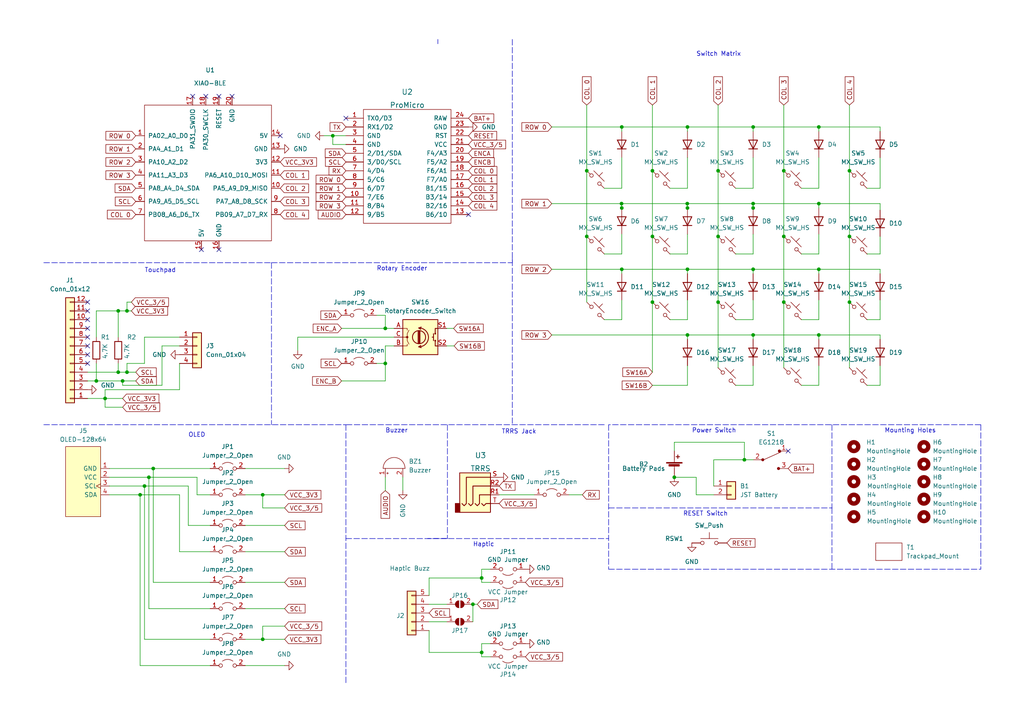
<source format=kicad_sch>
(kicad_sch (version 20211123) (generator eeschema)
  (paper "A4")
  (title_block (title "KLEIN"))
  (junction (at 189.23 87.63))
  (junction (at 44.45 135.89))
  (junction (at 76.2 185.42))
  (junction (at 76.2 143.51))
  (junction (at 237.49 97.155))
  (junction (at 215.9 133.35))
  (junction (at 41.91 140.97))
  (junction (at 180.34 36.83))
  (junction (at 218.44 36.83))
  (junction (at 218.44 78.105))
  (junction (at 180.34 60.325))
  (junction (at 111.76 105.41))
  (junction (at 195.58 138.43))
  (junction (at 43.18 138.43))
  (junction (at 208.28 68.58))
  (junction (at 189.23 49.53))
  (junction (at 199.3383 59.055))
  (junction (at 237.49 36.83))
  (junction (at 30.48 115.57))
  (junction (at 208.28 87.63))
  (junction (at 180.2697 59.055))
  (junction (at 218.44 60.325))
  (junction (at 218.4322 59.055))
  (junction (at 227.33 87.63))
  (junction (at 246.38 49.53))
  (junction (at 40.64 143.51))
  (junction (at 237.49 59.055))
  (junction (at 137.16 175.26))
  (junction (at 199.39 78.105))
  (junction (at 34.29 107.95))
  (junction (at 27.94 110.49))
  (junction (at 246.38 87.63))
  (junction (at 35.56 110.49))
  (junction (at 218.44 97.155))
  (junction (at 111.76 95.25))
  (junction (at 199.39 60.325))
  (junction (at 36.83 107.95))
  (junction (at 227.33 49.53))
  (junction (at 199.39 36.83))
  (junction (at 170.18 68.58))
  (junction (at 189.23 68.58))
  (junction (at 170.18 49.53))
  (junction (at 34.29 90.17))
  (junction (at 246.38 68.58))
  (junction (at 139.7 167.64))
  (junction (at 180.34 78.105))
  (junction (at 208.28 49.53))
  (junction (at 237.49 78.105))
  (junction (at 199.39 97.155))
  (junction (at 139.7 189.23))
  (junction (at 36.83 90.17))
  (junction (at 96.52 39.37))
  (junction (at 227.33 68.58))
  (no_connect (at 55.88 27.94))
  (no_connect (at 81.28 39.37))
  (no_connect (at 100.33 34.29))
  (no_connect (at 228.6 130.81))
  (no_connect (at 59.69 27.94))
  (no_connect (at 58.42 72.39))
  (no_connect (at 67.31 27.94))
  (no_connect (at 25.4 87.63))
  (no_connect (at 25.4 90.17))
  (no_connect (at 25.4 92.71))
  (no_connect (at 25.4 95.25))
  (no_connect (at 25.4 97.79))
  (no_connect (at 25.4 100.33))
  (no_connect (at 25.4 102.87))
  (no_connect (at 25.4 105.41))
  (no_connect (at 135.89 62.23))
  (no_connect (at 63.5 27.94))
  (no_connect (at 63.5 72.39))
  (wire (pts (xy 251.46 73.66) (xy 255.27 73.66)))
  (wire (pts (xy 137.16 175.26) (xy 138.43 175.26)))
  (wire (pts (xy 139.7 168.91) (xy 142.24 168.91)))
  (polyline (pts (xy 12.7 123.19) (xy 100.33 123.19)))
  (wire (pts (xy 46.99 111.76) (xy 46.99 100.33)))
  (polyline (pts (xy 241.3 147.32) (xy 241.3 165.1)))
  (wire (pts (xy 41.91 105.41) (xy 41.91 97.79)))
  (polyline (pts (xy 176.53 147.32) (xy 241.3 147.32)))
  (wire (pts (xy 208.28 49.53) (xy 208.28 68.58)))
  (wire (pts (xy 52.07 113.03) (xy 52.07 105.41)))
  (wire (pts (xy 199.39 78.105) (xy 218.44 78.105)))
  (wire (pts (xy 199.39 86.995) (xy 199.39 92.71)))
  (wire (pts (xy 218.4322 59.055) (xy 237.49 59.055)))
  (wire (pts (xy 82.55 181.61) (xy 76.2 181.61)))
  (wire (pts (xy 180.34 92.71) (xy 180.34 86.995)))
  (wire (pts (xy 237.49 38.1) (xy 237.49 36.83)))
  (wire (pts (xy 71.12 152.4) (xy 82.55 152.4)))
  (wire (pts (xy 71.12 176.53) (xy 82.55 176.53)))
  (wire (pts (xy 180.34 36.83) (xy 180.34 38.1)))
  (wire (pts (xy 38.1 87.63) (xy 36.83 87.63)))
  (wire (pts (xy 218.4322 59.055) (xy 218.4322 60.325)))
  (wire (pts (xy 255.27 54.61) (xy 255.27 45.72)))
  (wire (pts (xy 114.3 97.79) (xy 86.36 97.79)))
  (wire (pts (xy 71.12 193.04) (xy 82.55 193.04)))
  (wire (pts (xy 207.01 143.51) (xy 201.93 143.51)))
  (polyline (pts (xy 78.74 76.2) (xy 148.59 76.2)))
  (wire (pts (xy 71.12 135.89) (xy 82.55 135.89)))
  (wire (pts (xy 30.48 113.03) (xy 30.48 115.57)))
  (wire (pts (xy 27.94 110.49) (xy 35.56 110.49)))
  (wire (pts (xy 199.39 36.83) (xy 218.44 36.83)))
  (wire (pts (xy 251.46 111.76) (xy 255.27 111.76)))
  (wire (pts (xy 43.18 176.53) (xy 60.96 176.53)))
  (wire (pts (xy 124.46 180.34) (xy 129.54 180.34)))
  (wire (pts (xy 255.27 86.995) (xy 255.27 92.71)))
  (wire (pts (xy 99.06 110.49) (xy 111.76 110.49)))
  (wire (pts (xy 246.38 30.48) (xy 246.38 49.53)))
  (wire (pts (xy 36.83 90.17) (xy 34.29 90.17)))
  (wire (pts (xy 170.18 30.48) (xy 170.18 49.53)))
  (wire (pts (xy 232.41 111.76) (xy 237.49 111.76)))
  (wire (pts (xy 35.56 110.49) (xy 39.37 110.49)))
  (polyline (pts (xy 241.3 123.19) (xy 241.3 147.32)))
  (wire (pts (xy 195.58 128.27) (xy 215.9 128.27)))
  (wire (pts (xy 218.44 97.155) (xy 237.49 97.155)))
  (wire (pts (xy 40.64 143.51) (xy 40.64 193.04)))
  (wire (pts (xy 213.36 92.71) (xy 218.44 92.71)))
  (wire (pts (xy 194.31 73.66) (xy 199.39 73.66)))
  (wire (pts (xy 71.12 143.51) (xy 76.2 143.51)))
  (wire (pts (xy 54.61 152.4) (xy 60.96 152.4)))
  (wire (pts (xy 199.39 111.76) (xy 189.23 111.76)))
  (polyline (pts (xy 100.33 156.21) (xy 176.53 156.21)))
  (wire (pts (xy 137.16 175.26) (xy 137.16 180.34)))
  (wire (pts (xy 237.49 73.66) (xy 237.49 67.945)))
  (wire (pts (xy 25.4 115.57) (xy 30.48 115.57)))
  (wire (pts (xy 38.1 90.17) (xy 36.83 90.17)))
  (wire (pts (xy 36.83 87.63) (xy 36.83 90.17)))
  (wire (pts (xy 44.45 135.89) (xy 44.45 168.91)))
  (wire (pts (xy 139.7 189.23) (xy 139.7 190.5)))
  (wire (pts (xy 255.27 97.155) (xy 255.27 98.425)))
  (wire (pts (xy 199.39 54.61) (xy 199.39 45.72)))
  (wire (pts (xy 208.28 87.63) (xy 208.28 106.68)))
  (polyline (pts (xy 148.59 11.43) (xy 148.59 123.19)))
  (polyline (pts (xy 148.59 76.2) (xy 148.59 74.93)))
  (wire (pts (xy 40.64 193.04) (xy 60.96 193.04)))
  (wire (pts (xy 180.2697 59.055) (xy 180.2697 60.325)))
  (wire (pts (xy 27.94 97.79) (xy 27.94 90.17)))
  (wire (pts (xy 111.76 142.294) (xy 111.76 138.4031)))
  (wire (pts (xy 139.7 167.64) (xy 139.7 168.91)))
  (wire (pts (xy 44.45 168.91) (xy 60.96 168.91)))
  (wire (pts (xy 111.76 100.33) (xy 111.76 105.41)))
  (wire (pts (xy 124.46 182.88) (xy 124.46 189.23)))
  (wire (pts (xy 111.76 110.49) (xy 111.76 105.41)))
  (wire (pts (xy 160.02 59.055) (xy 180.2697 59.055)))
  (wire (pts (xy 207.01 133.35) (xy 215.9 133.35)))
  (wire (pts (xy 218.44 92.71) (xy 218.44 86.995)))
  (wire (pts (xy 218.44 78.105) (xy 218.44 79.375)))
  (polyline (pts (xy 129.7733 123.19) (xy 129.7733 156.1809)))
  (wire (pts (xy 124.46 189.23) (xy 139.7 189.23)))
  (wire (pts (xy 93.98 39.37) (xy 96.52 39.37)))
  (wire (pts (xy 199.3383 60.325) (xy 199.39 60.325)))
  (wire (pts (xy 44.45 135.89) (xy 60.96 135.89)))
  (wire (pts (xy 76.2 147.32) (xy 76.2 143.51)))
  (wire (pts (xy 139.7 186.69) (xy 139.7 189.23)))
  (wire (pts (xy 160.02 36.83) (xy 180.34 36.83)))
  (wire (pts (xy 86.36 97.79) (xy 86.36 101.6)))
  (wire (pts (xy 27.94 90.17) (xy 34.29 90.17)))
  (wire (pts (xy 25.4 107.95) (xy 34.29 107.95)))
  (wire (pts (xy 116.84 142.24) (xy 116.84 138.4031)))
  (wire (pts (xy 96.52 41.91) (xy 96.52 39.37)))
  (wire (pts (xy 218.44 38.1) (xy 218.44 36.83)))
  (wire (pts (xy 35.56 111.76) (xy 46.99 111.76)))
  (wire (pts (xy 139.7 165.1) (xy 139.7 167.64)))
  (polyline (pts (xy 100.33 123.19) (xy 100.33 198.12)))
  (wire (pts (xy 213.36 111.76) (xy 218.44 111.76)))
  (wire (pts (xy 57.15 138.43) (xy 57.15 143.51)))
  (wire (pts (xy 124.46 167.64) (xy 139.7 167.64)))
  (wire (pts (xy 31.75 143.51) (xy 40.64 143.51)))
  (wire (pts (xy 207.01 140.97) (xy 207.01 133.35)))
  (wire (pts (xy 43.18 138.43) (xy 57.15 138.43)))
  (wire (pts (xy 41.91 105.41) (xy 36.83 105.41)))
  (wire (pts (xy 31.75 138.43) (xy 43.18 138.43)))
  (wire (pts (xy 111.76 91.44) (xy 111.76 95.25)))
  (wire (pts (xy 35.56 118.11) (xy 30.48 118.11)))
  (wire (pts (xy 237.49 59.055) (xy 237.49 60.325)))
  (wire (pts (xy 36.83 105.41) (xy 36.83 107.95)))
  (wire (pts (xy 35.56 110.49) (xy 35.56 111.76)))
  (wire (pts (xy 100.33 41.91) (xy 96.52 41.91)))
  (wire (pts (xy 180.34 73.66) (xy 180.34 67.945)))
  (wire (pts (xy 237.49 54.61) (xy 237.49 45.72)))
  (wire (pts (xy 36.83 107.95) (xy 39.37 107.95)))
  (wire (pts (xy 208.28 30.48) (xy 208.28 49.53)))
  (wire (pts (xy 175.26 54.61) (xy 180.34 54.61)))
  (wire (pts (xy 255.27 73.66) (xy 255.27 68.58)))
  (wire (pts (xy 218.44 36.83) (xy 237.49 36.83)))
  (wire (pts (xy 34.29 105.41) (xy 34.29 107.95)))
  (wire (pts (xy 255.27 78.105) (xy 255.27 79.375)))
  (polyline (pts (xy 127 11.43) (xy 127 12.7)))
  (polyline (pts (xy 12.7 76.2) (xy 78.74 76.2)))
  (wire (pts (xy 232.41 73.66) (xy 237.49 73.66)))
  (wire (pts (xy 218.4322 60.325) (xy 218.44 60.325)))
  (wire (pts (xy 237.49 36.83) (xy 255.27 36.83)))
  (wire (pts (xy 255.27 111.76) (xy 255.27 106.045)))
  (wire (pts (xy 111.76 105.41) (xy 109.22 105.41)))
  (wire (pts (xy 160.02 78.105) (xy 180.34 78.105)))
  (wire (pts (xy 199.39 97.155) (xy 199.39 98.425)))
  (wire (pts (xy 76.2 143.51) (xy 82.55 143.51)))
  (wire (pts (xy 189.23 49.53) (xy 189.23 68.58)))
  (wire (pts (xy 111.76 95.25) (xy 114.3 95.25)))
  (wire (pts (xy 170.18 68.58) (xy 170.18 87.63)))
  (wire (pts (xy 54.61 140.97) (xy 54.61 152.4)))
  (wire (pts (xy 201.93 143.51) (xy 201.93 138.43)))
  (wire (pts (xy 180.2697 60.325) (xy 180.34 60.325)))
  (polyline (pts (xy 78.74 76.2) (xy 78.74 123.19)))
  (wire (pts (xy 170.18 49.53) (xy 170.18 68.58)))
  (wire (pts (xy 96.52 39.37) (xy 100.33 39.37)))
  (wire (pts (xy 199.39 67.945) (xy 199.39 73.66)))
  (wire (pts (xy 109.22 91.44) (xy 111.76 91.44)))
  (wire (pts (xy 175.26 73.66) (xy 180.34 73.66)))
  (wire (pts (xy 237.49 111.76) (xy 237.49 106.045)))
  (wire (pts (xy 199.39 36.83) (xy 199.39 38.1)))
  (wire (pts (xy 30.48 118.11) (xy 30.48 115.57)))
  (wire (pts (xy 237.49 78.105) (xy 237.49 79.375)))
  (polyline (pts (xy 176.53 123.19) (xy 176.53 165.1)))
  (wire (pts (xy 199.39 97.155) (xy 218.44 97.155)))
  (wire (pts (xy 43.18 138.43) (xy 43.18 176.53)))
  (wire (pts (xy 180.34 78.105) (xy 180.34 79.375)))
  (wire (pts (xy 76.2 185.42) (xy 82.55 185.42)))
  (wire (pts (xy 237.49 97.155) (xy 255.27 97.155)))
  (wire (pts (xy 71.12 160.02) (xy 82.55 160.02)))
  (wire (pts (xy 246.38 68.58) (xy 246.38 87.63)))
  (wire (pts (xy 41.91 185.42) (xy 60.96 185.42)))
  (wire (pts (xy 218.44 73.66) (xy 218.44 67.945)))
  (wire (pts (xy 215.9 133.35) (xy 218.44 133.35)))
  (wire (pts (xy 237.49 59.055) (xy 255.27 59.055)))
  (wire (pts (xy 41.91 140.97) (xy 54.61 140.97)))
  (wire (pts (xy 213.36 73.66) (xy 218.44 73.66)))
  (wire (pts (xy 124.46 175.26) (xy 129.54 175.26)))
  (wire (pts (xy 30.48 113.03) (xy 52.07 113.03)))
  (polyline (pts (xy 175.26 123.19) (xy 100.33 123.19)))
  (wire (pts (xy 160.02 97.155) (xy 199.39 97.155)))
  (wire (pts (xy 180.34 54.61) (xy 180.34 45.72)))
  (wire (pts (xy 237.49 78.105) (xy 255.27 78.105)))
  (wire (pts (xy 218.44 78.105) (xy 237.49 78.105)))
  (wire (pts (xy 255.27 59.055) (xy 255.27 60.96)))
  (polyline (pts (xy 176.53 165.1) (xy 284.48 165.1)))
  (wire (pts (xy 34.29 107.95) (xy 36.83 107.95)))
  (wire (pts (xy 194.31 54.61) (xy 199.39 54.61)))
  (wire (pts (xy 52.07 160.02) (xy 60.96 160.02)))
  (wire (pts (xy 201.93 138.43) (xy 195.58 138.43)))
  (wire (pts (xy 199.39 79.375) (xy 199.39 78.105)))
  (wire (pts (xy 142.24 186.69) (xy 139.7 186.69)))
  (wire (pts (xy 139.7 190.5) (xy 142.24 190.5)))
  (wire (pts (xy 142.24 165.1) (xy 139.7 165.1)))
  (wire (pts (xy 208.28 68.58) (xy 208.28 87.63)))
  (wire (pts (xy 195.58 130.81) (xy 195.58 128.27)))
  (wire (pts (xy 34.29 90.17) (xy 34.29 97.79)))
  (wire (pts (xy 215.9 128.27) (xy 215.9 133.35)))
  (wire (pts (xy 218.44 54.61) (xy 218.44 45.72)))
  (wire (pts (xy 227.33 87.63) (xy 227.33 106.68)))
  (wire (pts (xy 25.4 110.49) (xy 27.94 110.49)))
  (wire (pts (xy 227.33 49.53) (xy 227.33 68.58)))
  (wire (pts (xy 180.34 78.105) (xy 199.39 78.105)))
  (wire (pts (xy 180.34 36.83) (xy 199.39 36.83)))
  (wire (pts (xy 144.78 143.51) (xy 154.94 143.51)))
  (wire (pts (xy 71.12 185.42) (xy 76.2 185.42)))
  (wire (pts (xy 82.55 147.32) (xy 76.2 147.32)))
  (wire (pts (xy 31.75 135.89) (xy 44.45 135.89)))
  (wire (pts (xy 189.23 87.63) (xy 189.23 107.95)))
  (wire (pts (xy 251.46 92.71) (xy 255.27 92.71)))
  (wire (pts (xy 246.38 87.63) (xy 246.38 106.68)))
  (wire (pts (xy 31.75 140.97) (xy 41.91 140.97)))
  (wire (pts (xy 199.3383 59.055) (xy 199.3383 60.325)))
  (wire (pts (xy 194.31 92.71) (xy 199.39 92.71)))
  (wire (pts (xy 237.49 97.155) (xy 237.49 98.425)))
  (wire (pts (xy 246.38 49.53) (xy 246.38 68.58)))
  (wire (pts (xy 227.33 68.58) (xy 227.33 87.63)))
  (wire (pts (xy 189.23 30.48) (xy 189.23 49.53)))
  (wire (pts (xy 232.41 92.71) (xy 237.49 92.71)))
  (polyline (pts (xy 284.48 123.19) (xy 284.48 165.1)))
  (wire (pts (xy 227.33 30.48) (xy 227.33 49.53)))
  (wire (pts (xy 52.07 143.51) (xy 52.07 160.02)))
  (wire (pts (xy 199.3383 59.055) (xy 218.4322 59.055)))
  (wire (pts (xy 175.26 92.71) (xy 180.34 92.71)))
  (wire (pts (xy 189.23 68.58) (xy 189.23 87.63)))
  (wire (pts (xy 131.5645 95.25) (xy 129.54 95.25)))
  (wire (pts (xy 213.36 54.61) (xy 218.44 54.61)))
  (wire (pts (xy 218.44 97.155) (xy 218.44 98.425)))
  (wire (pts (xy 71.12 168.91) (xy 82.55 168.91)))
  (wire (pts (xy 30.48 115.57) (xy 35.56 115.57)))
  (wire (pts (xy 180.2697 59.055) (xy 199.3383 59.055)))
  (wire (pts (xy 40.64 143.51) (xy 52.07 143.51)))
  (wire (pts (xy 165.1 143.51) (xy 168.91 143.51)))
  (wire (pts (xy 199.39 106.045) (xy 199.39 111.76)))
  (wire (pts (xy 218.44 111.76) (xy 218.44 106.045)))
  (wire (pts (xy 232.41 54.61) (xy 237.49 54.61)))
  (wire (pts (xy 46.99 100.33) (xy 52.07 100.33)))
  (wire (pts (xy 255.27 36.83) (xy 255.27 38.1)))
  (wire (pts (xy 27.94 105.41) (xy 27.94 110.49)))
  (wire (pts (xy 251.46 54.61) (xy 255.27 54.61)))
  (wire (pts (xy 41.91 140.97) (xy 41.91 185.42)))
  (wire (pts (xy 129.54 100.33) (xy 131.7189 100.33)))
  (wire (pts (xy 57.15 143.51) (xy 60.96 143.51)))
  (polyline (pts (xy 284.48 123.19) (xy 176.53 123.19)))
  (wire (pts (xy 41.91 97.79) (xy 52.07 97.79)))
  (wire (pts (xy 99.06 95.25) (xy 111.76 95.25)))
  (wire (pts (xy 237.49 92.71) (xy 237.49 86.995)))
  (wire (pts (xy 124.46 172.72) (xy 124.46 167.64)))
  (polyline (pts (xy 129.7733 156.1809) (xy 124.0164 156.2112)))
  (wire (pts (xy 114.3 100.33) (xy 111.76 100.33)))
  (wire (pts (xy 76.2 181.61) (xy 76.2 185.42)))
  (text "Switch Matrix\n" (at 201.93 16.51 0) (effects (font (size 1.27 1.27)) (justify left bottom)))
  (text "OLED\n" (at 54.61 127 0) (effects (font (size 1.27 1.27)) (justify left bottom)))
  (text "Rotary Encoder\n" (at 109.22 78.74 0) (effects (font (size 1.27 1.27)) (justify left bottom)))
  (text "Touchpad\n\n" (at 41.91 81.28 0) (effects (font (size 1.27 1.27)) (justify left bottom)))
  (text "Haptic" (at 137.16 158.75 0) (effects (font (size 1.27 1.27)) (justify left bottom)))
  (text "Power Switch\n" (at 200.66 125.73 0) (effects (font (size 1.27 1.27)) (justify left bottom)))
  (text "Buzzer\n" (at 111.76 125.73 0) (effects (font (size 1.27 1.27)) (justify left bottom)))
  (text "TRRS Jack\n" (at 145.4723 126.0331 0) (effects (font (size 1.27 1.27)) (justify left bottom)))
  (text "RESET Switch\n" (at 198.12 149.86 0) (effects (font (size 1.27 1.27)) (justify left bottom)))
  (text "Mounting Holes" (at 256.54 125.73 0) (effects (font (size 1.27 1.27)) (justify left bottom)))
  (global_label "SCL" (shape input) (at 82.55 176.53 0) (property "Intersheet References" "${INTERSHEET_REFS}" (effects hide)))
  (global_label "COL 0" (shape input) (at 135.89 49.53 0) (property "Intersheet References" "${INTERSHEET_REFS}" (effects hide)))
  (global_label "VCC_3{slash}5" (shape input) (at 82.55 147.32 0) (property "Intersheet References" "${INTERSHEET_REFS}" (effects hide)))
  (global_label "TX" (shape input) (at 144.78 140.97 0) (property "Intersheet References" "${INTERSHEET_REFS}" (effects hide)))
  (global_label "SCL" (shape input) (at 39.37 58.42 180) (property "Intersheet References" "${INTERSHEET_REFS}" (effects hide)))
  (global_label "ENC_A" (shape input) (at 99.06 95.25 180) (property "Intersheet References" "${INTERSHEET_REFS}" (effects hide)))
  (global_label "SCL" (shape input) (at 99.06 105.41 180) (property "Intersheet References" "${INTERSHEET_REFS}" (effects hide)))
  (global_label "AUDIO" (shape input) (at 111.76 142.294 270) (property "Intersheet References" "${INTERSHEET_REFS}" (effects hide)))
  (global_label "SW16A" (shape input) (at 189.23 107.95 180) (property "Intersheet References" "${INTERSHEET_REFS}" (effects hide)))
  (global_label "COL 4" (shape input) (at 246.38 30.48 90) (property "Intersheet References" "${INTERSHEET_REFS}" (effects hide)))
  (global_label "COL 2" (shape input) (at 81.28 54.61 0) (property "Intersheet References" "${INTERSHEET_REFS}" (effects hide)))
  (global_label "ROW 2" (shape input) (at 39.37 46.99 180) (property "Intersheet References" "${INTERSHEET_REFS}" (effects hide)))
  (global_label "ROW 3" (shape input) (at 160.02 97.155 180) (property "Intersheet References" "${INTERSHEET_REFS}" (effects hide)))
  (global_label "VCC_3V3" (shape input) (at 35.56 115.57 0) (property "Intersheet References" "${INTERSHEET_REFS}" (effects hide)))
  (global_label "ENC_B" (shape input) (at 99.06 110.49 180) (property "Intersheet References" "${INTERSHEET_REFS}" (effects hide)))
  (global_label "VCC_3{slash}5" (shape input) (at 35.56 118.11 0) (property "Intersheet References" "${INTERSHEET_REFS}" (effects hide)))
  (global_label "SCL" (shape input) (at 39.37 107.95 0) (property "Intersheet References" "${INTERSHEET_REFS}" (effects hide)))
  (global_label "ROW 1" (shape input) (at 39.37 43.18 180) (property "Intersheet References" "${INTERSHEET_REFS}" (effects hide)))
  (global_label "SCL" (shape input) (at 82.55 152.4 0) (property "Intersheet References" "${INTERSHEET_REFS}" (effects hide)))
  (global_label "ROW 2" (shape input) (at 160.02 78.105 180) (property "Intersheet References" "${INTERSHEET_REFS}" (effects hide)))
  (global_label "VCC_3V3" (shape input) (at 38.1 90.17 0) (property "Intersheet References" "${INTERSHEET_REFS}" (effects hide)))
  (global_label "BAT+" (shape input) (at 135.89 34.29 0) (property "Intersheet References" "${INTERSHEET_REFS}" (effects hide)))
  (global_label "VCC_3V3" (shape input) (at 81.28 46.99 0) (property "Intersheet References" "${INTERSHEET_REFS}" (effects hide)))
  (global_label "SW16B" (shape input) (at 189.23 111.76 180) (property "Intersheet References" "${INTERSHEET_REFS}" (effects hide)))
  (global_label "RESET" (shape input) (at 210.82 157.48 0) (property "Intersheet References" "${INTERSHEET_REFS}" (effects hide)))
  (global_label "VCC_3V3" (shape input) (at 82.55 185.42 0) (property "Intersheet References" "${INTERSHEET_REFS}" (effects hide)))
  (global_label "RX" (shape input) (at 100.33 49.53 180) (property "Intersheet References" "${INTERSHEET_REFS}" (effects hide)))
  (global_label "ROW 0" (shape input) (at 39.37 39.37 180) (property "Intersheet References" "${INTERSHEET_REFS}" (effects hide)))
  (global_label "SDA" (shape input) (at 99.06 91.44 180) (property "Intersheet References" "${INTERSHEET_REFS}" (effects hide)))
  (global_label "ROW 0" (shape input) (at 100.33 52.07 180) (property "Intersheet References" "${INTERSHEET_REFS}" (effects hide)))
  (global_label "COL 3" (shape input) (at 135.89 57.15 0) (property "Intersheet References" "${INTERSHEET_REFS}" (effects hide)))
  (global_label "SW16A" (shape input) (at 131.5645 95.25 0) (property "Intersheet References" "${INTERSHEET_REFS}" (effects hide)))
  (global_label "ROW 0" (shape input) (at 160.02 36.83 180) (property "Intersheet References" "${INTERSHEET_REFS}" (effects hide)))
  (global_label "SW16B" (shape input) (at 131.7189 100.33 0) (property "Intersheet References" "${INTERSHEET_REFS}" (effects hide)))
  (global_label "SCL" (shape input) (at 124.46 177.8 0) (property "Intersheet References" "${INTERSHEET_REFS}" (effects hide)))
  (global_label "COL 1" (shape input) (at 81.28 50.8 0) (property "Intersheet References" "${INTERSHEET_REFS}" (effects hide)))
  (global_label "SDA" (shape input) (at 82.55 160.02 0) (property "Intersheet References" "${INTERSHEET_REFS}" (effects hide)))
  (global_label "VCC_3{slash}5" (shape input) (at 144.78 146.05 0) (property "Intersheet References" "${INTERSHEET_REFS}" (effects hide)))
  (global_label "ENCA" (shape input) (at 135.89 44.45 0) (property "Intersheet References" "${INTERSHEET_REFS}" (effects hide)))
  (global_label "RX" (shape input) (at 168.91 143.51 0) (property "Intersheet References" "${INTERSHEET_REFS}" (effects hide)))
  (global_label "VCC_3{slash}5" (shape input) (at 135.89 41.91 0) (property "Intersheet References" "${INTERSHEET_REFS}" (effects hide)))
  (global_label "ROW 1" (shape input) (at 160.02 59.055 180) (property "Intersheet References" "${INTERSHEET_REFS}" (effects hide)))
  (global_label "SCL" (shape input) (at 100.33 46.99 180) (property "Intersheet References" "${INTERSHEET_REFS}" (effects hide)))
  (global_label "COL 0" (shape input) (at 39.37 62.23 180) (property "Intersheet References" "${INTERSHEET_REFS}" (effects hide)))
  (global_label "ROW 3" (shape input) (at 100.33 59.69 180) (property "Intersheet References" "${INTERSHEET_REFS}" (effects hide)))
  (global_label "BAT+" (shape input) (at 228.6 135.89 0) (property "Intersheet References" "${INTERSHEET_REFS}" (effects hide)))
  (global_label "SDA" (shape input) (at 100.33 44.45 180) (property "Intersheet References" "${INTERSHEET_REFS}" (effects hide)))
  (global_label "VCC_3{slash}5" (shape input) (at 152.4 190.5 0) (property "Intersheet References" "${INTERSHEET_REFS}" (effects hide)))
  (global_label "ROW 1" (shape input) (at 100.33 54.61 180) (property "Intersheet References" "${INTERSHEET_REFS}" (effects hide)))
  (global_label "COL 1" (shape input) (at 135.89 52.07 0) (property "Intersheet References" "${INTERSHEET_REFS}" (effects hide)))
  (global_label "SDA" (shape input) (at 39.37 110.49 0) (property "Intersheet References" "${INTERSHEET_REFS}" (effects hide)))
  (global_label "COL 0" (shape input) (at 170.18 30.48 90) (property "Intersheet References" "${INTERSHEET_REFS}" (effects hide)))
  (global_label "COL 4" (shape input) (at 135.89 59.69 0) (property "Intersheet References" "${INTERSHEET_REFS}" (effects hide)))
  (global_label "TX" (shape input) (at 100.33 36.83 180) (property "Intersheet References" "${INTERSHEET_REFS}" (effects hide)))
  (global_label "SDA" (shape input) (at 138.43 175.26 0) (property "Intersheet References" "${INTERSHEET_REFS}" (effects hide)))
  (global_label "AUDIO" (shape input) (at 100.33 62.23 180) (property "Intersheet References" "${INTERSHEET_REFS}" (effects hide)))
  (global_label "VCC_3{slash}5" (shape input) (at 82.55 181.61 0) (property "Intersheet References" "${INTERSHEET_REFS}" (effects hide)))
  (global_label "VCC_3V3" (shape input) (at 82.55 143.51 0) (property "Intersheet References" "${INTERSHEET_REFS}" (effects hide)))
  (global_label "COL 2" (shape input) (at 208.28 30.48 90) (property "Intersheet References" "${INTERSHEET_REFS}" (effects hide)))
  (global_label "ROW 2" (shape input) (at 100.33 57.15 180) (property "Intersheet References" "${INTERSHEET_REFS}" (effects hide)))
  (global_label "COL 4" (shape input) (at 81.28 62.23 0) (property "Intersheet References" "${INTERSHEET_REFS}" (effects hide)))
  (global_label "COL 2" (shape input) (at 135.89 54.61 0) (property "Intersheet References" "${INTERSHEET_REFS}" (effects hide)))
  (global_label "VCC_3{slash}5" (shape input) (at 152.4 168.91 0) (property "Intersheet References" "${INTERSHEET_REFS}" (effects hide)))
  (global_label "COL 3" (shape input) (at 81.28 58.42 0) (property "Intersheet References" "${INTERSHEET_REFS}" (effects hide)))
  (global_label "VCC_3{slash}5" (shape input) (at 38.1 87.63 0) (property "Intersheet References" "${INTERSHEET_REFS}" (effects hide)))
  (global_label "ENCB" (shape input) (at 135.89 46.99 0) (property "Intersheet References" "${INTERSHEET_REFS}" (effects hide)))
  (global_label "SDA" (shape input) (at 82.55 168.91 0) (property "Intersheet References" "${INTERSHEET_REFS}" (effects hide)))
  (global_label "COL 1" (shape input) (at 189.23 30.48 90) (property "Intersheet References" "${INTERSHEET_REFS}" (effects hide)))
  (global_label "COL 3" (shape input) (at 227.33 30.48 90) (property "Intersheet References" "${INTERSHEET_REFS}" (effects hide)))
  (global_label "RESET" (shape input) (at 135.89 39.37 0) (property "Intersheet References" "${INTERSHEET_REFS}" (effects hide)))
  (global_label "SDA" (shape input) (at 39.37 54.61 180) (property "Intersheet References" "${INTERSHEET_REFS}" (effects hide)))
  (global_label "ROW 3" (shape input) (at 39.37 50.8 180) (property "Intersheet References" "${INTERSHEET_REFS}" (effects hide)))
  (symbol (lib_id "Mechanical:MountingHole") (at 267.97 144.78 0) (unit 1)
    (property "Reference" "H9" (at 270.51 143.5099 0) (effects (justify left)))
    (property "Value" "MountingHole" (at 270.51 146.0499 0) (effects (justify left)))
    (property "Footprint" "MountingHole:MountingHole_2.2mm_M2_ISO7380_Pad" (effects hide))
  )
  (symbol (lib_id "Jumper:Jumper_2_Open") (at 66.04 143.51 0) (unit 1)
    (property "Reference" "JP2" (at 66.04 137.16 0))
    (property "Value" "Jumper_2_Open" (at 66.04 139.7 0))
    (property "Footprint" "Jumper:SolderJumper-2_P1.3mm_Open_RoundedPad1.0x1.5mm" (effects hide))
  )
  (symbol (lib_id "kbd:ProMicro") (at 118.11 48.26 0) (unit 1) (in_bom no)
    (property "Reference" "U2" (at 118.11 26.67 0) (effects (font (size 1.524 1.524))))
    (property "Value" "ProMicro" (at 118.11 30.48 0) (effects (font (size 1.524 1.524))))
    (property "Footprint" "Lily58-footprint:ProMicro_rev2" (effects hide))
  )
  (symbol (lib_id "Jumper:Jumper_2_Open") (at 147.32 190.5 180) (unit 1)
    (property "Reference" "JP14" (at 147.32 195.5842 0))
    (property "Value" "VCC Jumper" (at 147.32 193.2855 0))
    (property "Footprint" "Jumper:SolderJumper-2_P1.3mm_Open_Pad1.0x1.5mm" (effects hide))
  )
  (symbol (lib_id "Mechanical:MountingHole") (at 247.65 129.54 0) (unit 1)
    (property "Reference" "H1" (at 251.2282 128.2699 0) (effects (justify left)))
    (property "Value" "MountingHole" (at 251.2282 130.8099 0) (effects (justify left)))
    (property "Footprint" "MountingHole:MountingHole_3.2mm_M3_ISO7380_Pad" (effects hide))
  )
  (symbol (lib_id "power:GND") (at 200.66 157.48 0) (unit 1)
    (property "Reference" "#PWR0110" (effects hide))
    (property "Value" "GND" (at 200.66 162.9116 0))
  )
  (symbol (lib_id "power:GND") (at 93.98 39.37 270) (unit 1)
    (property "Reference" "#PWR0105" (effects hide))
    (property "Value" "GND" (at 90.17 39.3701 90) (effects (justify right)))
  )
  (symbol (lib_id "dk_Slide-Switches:EG1218") (at 223.52 133.35 0) (unit 1)
    (property "Reference" "S1" (at 223.7232 125.73 0))
    (property "Value" "EG1218" (at 223.7232 128.27 0))
    (property "Footprint" "SSAJ110100:RevSlideSwitch" (effects hide))
    (property "Datasheet" "http://spec_sheets.e-switch.com/specs/P040040.pdf" (effects hide))
    (property "Digi-Key_PN" "EG1903-ND" (effects hide))
    (property "MPN" "EG1218" (effects hide))
    (property "Category" "Switches" (effects hide))
    (property "Family" "Slide Switches" (effects hide))
    (property "DK_Datasheet_Link" "http://spec_sheets.e-switch.com/specs/P040040.pdf" (effects hide))
    (property "DK_Detail_Page" "/product-detail/en/e-switch/EG1218/EG1903-ND/101726" (effects hide))
    (property "Description" "SWITCH SLIDE SPDT 200MA 30V" (effects hide))
    (property "Manufacturer" "E-Switch" (effects hide))
    (property "Status" "Active" (effects hide))
  )
  (symbol (lib_id "Switch:SW_Push") (at 205.74 157.48 0) (unit 1)
    (property "Reference" "RSW1" (at 195.58 156.21 0))
    (property "Value" "SW_Push" (at 205.74 152.4 0))
    (property "Footprint" "KLOR:SW_Push_1P1T-MP_NO_Horizontal_Alps_SKRTLAE010_both_sides" (effects hide))
  )
  (symbol (lib_id "marbastlib-mx:MX_SW_HS") (at 210.82 71.12 0) (unit 1)
    (property "Reference" "SW8" (at 210.82 63.5 0))
    (property "Value" "MX_SW_HS" (at 210.82 66.04 0))
    (property "Footprint" "Lily58_Pro-footprint:MX_Choc_Hotswap_Mod" (effects hide))
  )
  (symbol (lib_id "marbastlib-mx:MX_SW_HS") (at 191.77 90.17 0) (unit 1)
    (property "Reference" "SW12" (at 191.77 82.55 0))
    (property "Value" "MX_SW_HS" (at 191.77 85.09 0))
    (property "Footprint" "Lily58_Pro-footprint:MX_Choc_Hotswap_Mod" (effects hide))
  )
  (symbol (lib_id "Device:RotaryEncoder_Switch") (at 121.92 97.79 0) (unit 1)
    (property "Reference" "SW16" (at 121.92 87.63 0))
    (property "Value" "RotaryEncoder_Switch" (at 121.92 90.17 0))
    (property "Footprint" "reversible-kicad-footprints:MX-1U-EC11_Switch" (effects hide))
  )
  (symbol (lib_id "Connector_Generic:Conn_01x12") (at 20.32 102.87 180) (unit 1)
    (property "Reference" "J1" (at 20.32 81.28 0))
    (property "Value" "Conn_01x12" (at 20.32 83.82 0))
    (property "Footprint" "Connector_FFC-FPC:Hirose_FH12-12S-0.5SH_1x12-1MP_P0.50mm_Horizontal" (effects hide))
  )
  (symbol (lib_id "Diode:1N4148") (at 237.49 41.91 90) (unit 1)
    (property "Reference" "D4" (at 240.03 41.9099 90) (effects (justify right)))
    (property "Value" "DIODE" (effects hide))
    (property "Footprint" "kbd:D3_TH_SMD" (effects hide))
    (property "Datasheet" "https://assets.nexperia.com/documents/data-sheet/1N4148_1N4448.pdf" (effects hide))
    (property "Spice_Netlist_Enabled" "Y" (effects hide))
    (property "Spice_Primitive" "D" (effects hide))
  )
  (symbol (lib_id "marbastlib-mx:MX_SW_HS") (at 248.92 52.07 0) (unit 1)
    (property "Reference" "SW5" (at 248.92 44.45 0))
    (property "Value" "MX_SW_HS" (at 248.92 46.99 0))
    (property "Footprint" "Lily58_Pro-footprint:MX_Choc_Hotswap_Mod" (effects hide))
  )
  (symbol (lib_id "Diode:1N4148") (at 255.27 64.77 90) (unit 1)
    (property "Reference" "D10" (at 257.81 64.7699 90) (effects (justify right)))
    (property "Value" "DIODE" (effects hide))
    (property "Footprint" "kbd:D3_TH_SMD" (effects hide))
    (property "Datasheet" "https://assets.nexperia.com/documents/data-sheet/1N4148_1N4448.pdf" (effects hide))
    (property "Spice_Netlist_Enabled" "Y" (effects hide))
    (property "Spice_Primitive" "D" (effects hide))
  )
  (symbol (lib_id "Jumper:Jumper_2_Open") (at 66.04 193.04 0) (unit 1)
    (property "Reference" "JP8" (at 66.04 186.69 0))
    (property "Value" "Jumper_2_Open" (at 66.04 189.23 0))
    (property "Footprint" "Jumper:SolderJumper-2_P1.3mm_Open_RoundedPad1.0x1.5mm" (effects hide))
  )
  (symbol (lib_id "Diode:1N4148") (at 218.44 64.135 90) (unit 1)
    (property "Reference" "D8" (at 220.98 64.1349 90) (effects (justify right)))
    (property "Value" "DIODE" (effects hide))
    (property "Footprint" "kbd:D3_TH_SMD" (effects hide))
    (property "Datasheet" "https://assets.nexperia.com/documents/data-sheet/1N4148_1N4448.pdf" (effects hide))
    (property "Spice_Netlist_Enabled" "Y" (effects hide))
    (property "Spice_Primitive" "D" (effects hide))
  )
  (symbol (lib_id "power:GND") (at 82.55 193.04 90) (unit 1)
    (property "Reference" "#PWR01" (effects hide))
    (property "Value" "GND" (at 84.4554 189.7559 90) (effects (justify left)))
  )
  (symbol (lib_id "marbastlib-mx:MX_SW_HS") (at 210.82 90.17 0) (unit 1)
    (property "Reference" "SW13" (at 210.82 82.55 0))
    (property "Value" "MX_SW_HS" (at 210.82 85.09 0))
    (property "Footprint" "Lily58_Pro-footprint:MX_Choc_Hotswap_Mod" (effects hide))
  )
  (symbol (lib_id "marbastlib-mx:MX_SW_HS") (at 210.82 109.22 0) (unit 1)
    (property "Reference" "SW17" (at 210.82 101.6 0))
    (property "Value" "MX_SW_HS" (at 210.82 104.14 0))
    (property "Footprint" "Lily58_Pro-footprint:MX_Choc_Hotswap_Mod" (effects hide))
  )
  (symbol (lib_id "Mechanical:MountingHole") (at 247.65 134.62 0) (unit 1)
    (property "Reference" "H2" (at 251.2913 133.3499 0) (effects (justify left)))
    (property "Value" "MountingHole" (at 251.2913 135.8899 0) (effects (justify left)))
    (property "Footprint" "MountingHole:MountingHole_3.2mm_M3_ISO7380_Pad" (effects hide))
  )
  (symbol (lib_id "power:GND") (at 195.58 138.43 0) (unit 1)
    (property "Reference" "#PWR0111" (effects hide))
    (property "Value" "GND" (at 195.58 143.51 0))
  )
  (symbol (lib_id "Diode:1N4148") (at 180.34 64.135 90) (unit 1)
    (property "Reference" "D6" (at 182.88 64.1349 90) (effects (justify right)))
    (property "Value" "DIODE" (effects hide))
    (property "Footprint" "kbd:D3_TH_SMD" (effects hide))
    (property "Datasheet" "https://assets.nexperia.com/documents/data-sheet/1N4148_1N4448.pdf" (effects hide))
    (property "Spice_Netlist_Enabled" "Y" (effects hide))
    (property "Spice_Primitive" "D" (effects hide))
  )
  (symbol (lib_id "power:GND") (at 152.4 165.1 90) (unit 1)
    (property "Reference" "#PWR02" (effects hide))
    (property "Value" "GND" (at 155.575 164.7115 90) (effects (justify right)))
  )
  (symbol (lib_id "kbrev-kicad-symbols:Trackpad_Mount") (at 257.81 163.83 0) (unit 1)
    (property "Reference" "T1" (at 262.89 158.7499 0) (effects (justify left)))
    (property "Value" "Trackpad_Mount" (at 262.89 161.2899 0) (effects (justify left)))
    (property "Footprint" "reversible-kicad-footprints:Trackpad Mount" (effects hide))
  )
  (symbol (lib_id "power:GND") (at 25.4 113.03 90) (unit 1)
    (property "Reference" "#PWR05" (effects hide))
    (property "Value" "GND" (at 29.21 111.76 90) (effects (justify right)))
  )
  (symbol (lib_id "Diode:1N4148") (at 255.27 41.91 90) (unit 1)
    (property "Reference" "D5" (at 257.81 41.9099 90) (effects (justify right)))
    (property "Value" "DIODE" (effects hide))
    (property "Footprint" "kbd:D3_TH_SMD" (effects hide))
    (property "Datasheet" "https://assets.nexperia.com/documents/data-sheet/1N4148_1N4448.pdf" (effects hide))
    (property "Spice_Netlist_Enabled" "Y" (effects hide))
    (property "Spice_Primitive" "D" (effects hide))
  )
  (symbol (lib_id "Mechanical:MountingHole") (at 267.97 149.86 0) (unit 1)
    (property "Reference" "H10" (at 270.51 148.5899 0) (effects (justify left)))
    (property "Value" "MountingHole" (at 270.51 151.1299 0) (effects (justify left)))
    (property "Footprint" "MountingHole:MountingHole_2.2mm_M2_ISO7380_Pad" (effects hide))
  )
  (symbol (lib_id "marbastlib-mx:MX_SW_HS") (at 229.87 71.12 0) (unit 1)
    (property "Reference" "SW9" (at 229.87 63.5 0))
    (property "Value" "MX_SW_HS" (at 229.87 66.04 0))
    (property "Footprint" "Lily58_Pro-footprint:MX_Choc_Hotswap_Mod" (effects hide))
  )
  (symbol (lib_id "Diode:1N4148") (at 255.27 83.185 90) (unit 1)
    (property "Reference" "D15" (at 257.81 83.1849 90) (effects (justify right)))
    (property "Value" "DIODE" (effects hide))
    (property "Footprint" "kbd:D3_TH_SMD" (effects hide))
    (property "Datasheet" "https://assets.nexperia.com/documents/data-sheet/1N4148_1N4448.pdf" (effects hide))
    (property "Spice_Netlist_Enabled" "Y" (effects hide))
    (property "Spice_Primitive" "D" (effects hide))
  )
  (symbol (lib_id "Diode:1N4148") (at 199.39 83.185 90) (unit 1)
    (property "Reference" "D12" (at 201.93 83.1849 90) (effects (justify right)))
    (property "Value" "DIODE" (effects hide))
    (property "Footprint" "kbd:D3_TH_SMD" (effects hide))
    (property "Datasheet" "https://assets.nexperia.com/documents/data-sheet/1N4148_1N4448.pdf" (effects hide))
    (property "Spice_Netlist_Enabled" "Y" (effects hide))
    (property "Spice_Primitive" "D" (effects hide))
  )
  (symbol (lib_id "Mechanical:MountingHole") (at 247.65 144.78 0) (unit 1)
    (property "Reference" "H4" (at 251.4086 143.5099 0) (effects (justify left)))
    (property "Value" "MountingHole" (at 251.4086 146.0499 0) (effects (justify left)))
    (property "Footprint" "MountingHole:MountingHole_3.2mm_M3_ISO7380_Pad" (effects hide))
  )
  (symbol (lib_id "Jumper:Jumper_2_Open") (at 147.32 165.1 180) (unit 1)
    (property "Reference" "JP11" (at 147.32 160.0242 0))
    (property "Value" "GND Jumper" (at 147.32 162.2975 0))
    (property "Footprint" "Jumper:SolderJumper-2_P1.3mm_Open_Pad1.0x1.5mm" (effects hide))
  )
  (symbol (lib_id "Jumper:Jumper_2_Open") (at 147.32 186.69 180) (unit 1)
    (property "Reference" "JP13" (at 147.32 181.6142 0))
    (property "Value" "GND Jumper" (at 147.32 183.8875 0))
    (property "Footprint" "Jumper:SolderJumper-2_P1.3mm_Open_Pad1.0x1.5mm" (effects hide))
  )
  (symbol (lib_id "power:GND") (at 52.07 102.87 270) (unit 1)
    (property "Reference" "#PWR03" (effects hide))
    (property "Value" "GND" (at 48.26 102.8699 90) (effects (justify right)))
  )
  (symbol (lib_id "marbastlib-mx:MX_SW_HS") (at 172.72 71.12 0) (unit 1)
    (property "Reference" "SW6" (at 172.72 63.5 0))
    (property "Value" "MX_SW_HS" (at 172.72 66.04 0))
    (property "Footprint" "Lily58_Pro-footprint:MX_Choc_Hotswap_Mod" (effects hide))
  )
  (symbol (lib_id "marbastlib-mx:MX_SW_HS") (at 248.92 90.17 0) (unit 1)
    (property "Reference" "SW15" (at 248.92 82.55 0))
    (property "Value" "MX_SW_HS" (at 248.92 85.09 0))
    (property "Footprint" "Lily58_Pro-footprint:MX_Choc_Hotswap_Mod" (effects hide))
  )
  (symbol (lib_id "marbastlib-mx:MX_SW_HS") (at 191.77 52.07 0) (unit 1)
    (property "Reference" "SW2" (at 191.77 44.45 0))
    (property "Value" "MX_SW_HS" (at 191.77 46.99 0))
    (property "Footprint" "Lily58_Pro-footprint:MX_Choc_Hotswap_Mod" (effects hide))
  )
  (symbol (lib_id "power:GND") (at 81.28 43.18 90) (unit 1)
    (property "Reference" "#PWR0101" (effects hide))
    (property "Value" "GND" (at 85.09 43.1799 90) (effects (justify right)))
  )
  (symbol (lib_id "Device:R") (at 27.94 101.6 0) (unit 1)
    (property "Reference" "R1" (at 29.21 97.79 0) (effects (justify left)))
    (property "Value" "4.7K" (at 30.48 104.14 90) (effects (justify left)))
    (property "Footprint" "Lily58-footprint:RESISTOR" (effects hide))
  )
  (symbol (lib_id "power:GND") (at 135.89 36.83 90) (unit 1)
    (property "Reference" "#PWR0104" (effects hide))
    (property "Value" "GND" (at 139.7 36.8299 90) (effects (justify right)))
  )
  (symbol (lib_id "Diode:1N4148") (at 199.39 102.235 90) (unit 1)
    (property "Reference" "D16" (at 201.93 102.2349 90) (effects (justify right)))
    (property "Value" "DIODE" (effects hide))
    (property "Footprint" "kbd:D3_TH_SMD" (effects hide))
    (property "Datasheet" "https://assets.nexperia.com/documents/data-sheet/1N4148_1N4448.pdf" (effects hide))
    (property "Spice_Netlist_Enabled" "Y" (effects hide))
    (property "Spice_Primitive" "D" (effects hide))
  )
  (symbol (lib_id "Diode:1N4148") (at 199.39 41.91 90) (unit 1)
    (property "Reference" "D2" (at 201.93 41.9099 90) (effects (justify right)))
    (property "Value" "DIODE" (effects hide))
    (property "Footprint" "kbd:D3_TH_SMD" (effects hide))
    (property "Datasheet" "https://assets.nexperia.com/documents/data-sheet/1N4148_1N4448.pdf" (effects hide))
    (property "Spice_Netlist_Enabled" "Y" (effects hide))
    (property "Spice_Primitive" "D" (effects hide))
  )
  (symbol (lib_id "Diode:1N4148") (at 218.44 83.185 90) (unit 1)
    (property "Reference" "D13" (at 220.98 83.1849 90) (effects (justify right)))
    (property "Value" "DIODE" (effects hide))
    (property "Footprint" "kbd:D3_TH_SMD" (effects hide))
    (property "Datasheet" "https://assets.nexperia.com/documents/data-sheet/1N4148_1N4448.pdf" (effects hide))
    (property "Spice_Netlist_Enabled" "Y" (effects hide))
    (property "Spice_Primitive" "D" (effects hide))
  )
  (symbol (lib_id "marbastlib-mx:MX_SW_HS") (at 229.87 109.22 0) (unit 1)
    (property "Reference" "SW18" (at 229.87 101.6 0))
    (property "Value" "MX_SW_HS" (at 229.87 104.14 0))
    (property "Footprint" "Lily58_Pro-footprint:MX_Choc_Hotswap_Mod" (effects hide))
  )
  (symbol (lib_id "Connector_Generic:Conn_01x05") (at 119.38 177.8 180) (unit 1)
    (property "Reference" "J2" (at 117.3479 178.5609 0) (effects (justify left)))
    (property "Value" "Haptic Buzz" (at 124.714 164.846 0) (effects (justify left)))
    (property "Footprint" "KLOR:Pimoroni Haptic Buzz DRV2605L Driver" (effects hide))
  )
  (symbol (lib_id "Diode:1N4148") (at 218.44 41.91 90) (unit 1)
    (property "Reference" "D3" (at 220.98 41.9099 90) (effects (justify right)))
    (property "Value" "DIODE" (effects hide))
    (property "Footprint" "kbd:D3_TH_SMD" (effects hide))
    (property "Datasheet" "https://assets.nexperia.com/documents/data-sheet/1N4148_1N4448.pdf" (effects hide))
    (property "Spice_Netlist_Enabled" "Y" (effects hide))
    (property "Spice_Primitive" "D" (effects hide))
  )
  (symbol (lib_id "Jumper:Jumper_2_Open") (at 147.32 168.91 180) (unit 1)
    (property "Reference" "JP12" (at 147.32 173.9942 0))
    (property "Value" "VCC Jumper" (at 147.32 171.6955 0))
    (property "Footprint" "Jumper:SolderJumper-2_P1.3mm_Open_Pad1.0x1.5mm" (effects hide))
  )
  (symbol (lib_id "Diode:1N4148") (at 237.49 83.185 90) (unit 1)
    (property "Reference" "D14" (at 240.03 83.1849 90) (effects (justify right)))
    (property "Value" "DIODE" (effects hide))
    (property "Footprint" "kbd:D3_TH_SMD" (effects hide))
    (property "Datasheet" "https://assets.nexperia.com/documents/data-sheet/1N4148_1N4448.pdf" (effects hide))
    (property "Spice_Netlist_Enabled" "Y" (effects hide))
    (property "Spice_Primitive" "D" (effects hide))
  )
  (symbol (lib_id "Device:Buzzer") (at 114.3 135.8631 90) (unit 1)
    (property "Reference" "BZ1" (at 118.5479 133.831 90) (effects (justify right)))
    (property "Value" "Buzzer" (at 118.5479 136.371 90) (effects (justify right)))
    (property "Footprint" "KLOR:Buzzer_Mallory_AST1109MLTRQ_reversible" (effects hide))
  )
  (symbol (lib_id "marbastlib-mx:MX_SW_HS") (at 248.92 109.22 0) (unit 1)
    (property "Reference" "SW19" (at 248.92 101.6 0))
    (property "Value" "MX_SW_HS" (at 248.92 104.14 0))
    (property "Footprint" "Lily58_Pro-footprint:MX_Choc_Hotswap_Mod" (effects hide))
  )
  (symbol (lib_id "marbastlib-mx:MX_SW_HS") (at 248.92 71.12 0) (unit 1)
    (property "Reference" "SW10" (at 248.92 63.5 0))
    (property "Value" "MX_SW_HS" (at 248.92 66.04 0))
    (property "Footprint" "Lily58_Pro-footprint:MX_Choc_Hotswap_Mod" (effects hide))
  )
  (symbol (lib_id "marbastlib-mx:MX_SW_HS") (at 229.87 90.17 0) (unit 1)
    (property "Reference" "SW14" (at 229.87 82.55 0))
    (property "Value" "MX_SW_HS" (at 229.87 85.09 0))
    (property "Footprint" "Lily58_Pro-footprint:MX_Choc_Hotswap_Mod" (effects hide))
  )
  (symbol (lib_id "display:OLED-128x64") (at 29.21 139.7 270) (unit 1)
    (property "Reference" "J5" (at 24.13 124.9264 90))
    (property "Value" "OLED-128x64" (at 24.13 127.4664 90))
    (property "Footprint" "display:OLED-128x64" (effects hide))
  )
  (symbol (lib_id "power:GND") (at 86.36 101.6 0) (unit 1)
    (property "Reference" "#PWR0102" (effects hide))
    (property "Value" "GND" (at 86.36 106.2912 0))
  )
  (symbol (lib_id "Diode:1N4148") (at 237.49 102.235 90) (unit 1)
    (property "Reference" "D18" (at 240.03 102.2349 90) (effects (justify right)))
    (property "Value" "DIODE" (effects hide))
    (property "Footprint" "kbd:D3_TH_SMD" (effects hide))
    (property "Datasheet" "https://assets.nexperia.com/documents/data-sheet/1N4148_1N4448.pdf" (effects hide))
    (property "Spice_Netlist_Enabled" "Y" (effects hide))
    (property "Spice_Primitive" "D" (effects hide))
  )
  (symbol (lib_id "Jumper:Jumper_2_Open") (at 160.02 143.51 0) (unit 1)
    (property "Reference" "JP15" (at 160.02 137.16 0))
    (property "Value" "Jumper_2_Open" (at 160.02 139.7 0))
    (property "Footprint" "Jumper:SolderJumper-2_P1.3mm_Open_RoundedPad1.0x1.5mm" (effects hide))
  )
  (symbol (lib_id "Jumper:Jumper_2_Open") (at 66.04 152.4 0) (unit 1)
    (property "Reference" "JP3" (at 66.04 146.05 0))
    (property "Value" "Jumper_2_Open" (at 66.04 148.59 0))
    (property "Footprint" "Jumper:SolderJumper-2_P1.3mm_Open_RoundedPad1.0x1.5mm" (effects hide))
  )
  (symbol (lib_id "Jumper:SolderJumper_2_Open") (at 133.35 180.34 0) (unit 1)
    (property "Reference" "JP17" (at 133.35 182.88 0))
    (property "Value" "SolderJumper_2_Open" (effects hide))
    (property "Footprint" "Jumper:SolderJumper-2_P1.3mm_Open_Pad1.0x1.5mm" (effects hide))
  )
  (symbol (lib_id "Jumper:Jumper_2_Open") (at 66.04 135.89 0) (unit 1)
    (property "Reference" "JP1" (at 66.04 129.54 0))
    (property "Value" "Jumper_2_Open" (at 66.04 132.08 0))
    (property "Footprint" "Jumper:SolderJumper-2_P1.3mm_Open_RoundedPad1.0x1.5mm" (effects hide))
  )
  (symbol (lib_id "marbastlib-mx:MX_SW_HS") (at 172.72 90.17 0) (unit 1)
    (property "Reference" "SW11" (at 172.72 82.55 0))
    (property "Value" "MX_SW_HS" (at 172.72 85.09 0))
    (property "Footprint" "Lily58_Pro-footprint:MX_Choc_Hotswap_Mod" (effects hide))
  )
  (symbol (lib_id "Mechanical:MountingHole") (at 247.65 149.86 0) (unit 1)
    (property "Reference" "H5" (at 251.4086 148.5899 0) (effects (justify left)))
    (property "Value" "MountingHole" (at 251.4086 151.1299 0) (effects (justify left)))
    (property "Footprint" "MountingHole:MountingHole_3.2mm_M3_ISO7380_Pad" (effects hide))
  )
  (symbol (lib_id "Jumper:SolderJumper_2_Open") (at 133.35 175.26 0) (unit 1)
    (property "Reference" "JP16" (at 133.35 172.72 0))
    (property "Value" "SolderJumper_2_Open" (effects hide))
    (property "Footprint" "Jumper:SolderJumper-2_P1.3mm_Open_Pad1.0x1.5mm" (effects hide))
  )
  (symbol (lib_id "marbastlib-mx:MX_SW_HS") (at 229.87 52.07 0) (unit 1)
    (property "Reference" "SW4" (at 229.87 44.45 0))
    (property "Value" "MX_SW_HS" (at 229.87 46.99 0))
    (property "Footprint" "Lily58_Pro-footprint:MX_Choc_Hotswap_Mod" (effects hide))
  )
  (symbol (lib_id "Mechanical:MountingHole") (at 247.65 139.7 0) (unit 1)
    (property "Reference" "H3" (at 251.46 138.43 0) (effects (justify left)))
    (property "Value" "MountingHole" (at 251.46 140.97 0) (effects (justify left)))
    (property "Footprint" "MountingHole:MountingHole_3.2mm_M3" (effects hide))
  )
  (symbol (lib_id "Diode:1N4148") (at 218.44 102.235 90) (unit 1)
    (property "Reference" "D17" (at 220.98 102.2349 90) (effects (justify right)))
    (property "Value" "DIODE" (effects hide))
    (property "Footprint" "kbd:D3_TH_SMD" (effects hide))
    (property "Datasheet" "https://assets.nexperia.com/documents/data-sheet/1N4148_1N4448.pdf" (effects hide))
    (property "Spice_Netlist_Enabled" "Y" (effects hide))
    (property "Spice_Primitive" "D" (effects hide))
  )
  (symbol (lib_id "Connector_Generic:Conn_01x02") (at 212.09 140.97 0) (unit 1)
    (property "Reference" "B1" (at 214.63 140.9699 0) (effects (justify left)))
    (property "Value" "JST Battery" (at 214.63 143.5099 0) (effects (justify left)))
    (property "Footprint" "KLOR:JST_PH_reversible" (effects hide))
  )
  (symbol (lib_id "Device:R") (at 34.29 101.6 0) (unit 1)
    (property "Reference" "R2" (at 36.83 97.79 0) (effects (justify left)))
    (property "Value" "4.7K" (at 36.83 104.14 90) (effects (justify left)))
    (property "Footprint" "Lily58-footprint:RESISTOR" (effects hide))
  )
  (symbol (lib_id "Jumper:Jumper_2_Open") (at 66.04 185.42 0) (unit 1)
    (property "Reference" "JP7" (at 66.04 179.07 0))
    (property "Value" "Jumper_2_Open" (at 66.04 181.61 0))
    (property "Footprint" "Jumper:SolderJumper-2_P1.3mm_Open_RoundedPad1.0x1.5mm" (effects hide))
  )
  (symbol (lib_id "Diode:1N4148") (at 180.34 83.185 90) (unit 1)
    (property "Reference" "D11" (at 182.88 83.1849 90) (effects (justify right)))
    (property "Value" "DIODE" (effects hide))
    (property "Footprint" "kbd:D3_TH_SMD" (effects hide))
    (property "Datasheet" "https://assets.nexperia.com/documents/data-sheet/1N4148_1N4448.pdf" (effects hide))
    (property "Spice_Netlist_Enabled" "Y" (effects hide))
    (property "Spice_Primitive" "D" (effects hide))
  )
  (symbol (lib_id "Mechanical:MountingHole") (at 267.97 134.62 0) (unit 1)
    (property "Reference" "H7" (at 270.51 133.3499 0) (effects (justify left)))
    (property "Value" "MountingHole" (at 270.51 135.8899 0) (effects (justify left)))
    (property "Footprint" "MountingHole:MountingHole_2.2mm_M2" (effects hide))
  )
  (symbol (lib_id "Jumper:Jumper_2_Open") (at 66.04 168.91 0) (unit 1)
    (property "Reference" "JP5" (at 66.04 162.56 0))
    (property "Value" "Jumper_2_Open" (at 66.04 165.1 0))
    (property "Footprint" "Jumper:SolderJumper-2_P1.3mm_Open_RoundedPad1.0x1.5mm" (effects hide))
  )
  (symbol (lib_id "Diode:1N4148") (at 237.49 64.135 90) (unit 1)
    (property "Reference" "D9" (at 240.03 64.1349 90) (effects (justify right)))
    (property "Value" "DIODE" (effects hide))
    (property "Footprint" "kbd:D3_TH_SMD" (effects hide))
    (property "Datasheet" "https://assets.nexperia.com/documents/data-sheet/1N4148_1N4448.pdf" (effects hide))
    (property "Spice_Netlist_Enabled" "Y" (effects hide))
    (property "Spice_Primitive" "D" (effects hide))
  )
  (symbol (lib_id "Diode:1N4148") (at 199.39 64.135 90) (unit 1)
    (property "Reference" "D7" (at 201.93 64.1349 90) (effects (justify right)))
    (property "Value" "DIODE" (effects hide))
    (property "Footprint" "kbd:D3_TH_SMD" (effects hide))
    (property "Datasheet" "https://assets.nexperia.com/documents/data-sheet/1N4148_1N4448.pdf" (effects hide))
    (property "Spice_Netlist_Enabled" "Y" (effects hide))
    (property "Spice_Primitive" "D" (effects hide))
  )
  (symbol (lib_id "Jumper:Jumper_2_Open") (at 104.14 105.41 0) (unit 1)
    (property "Reference" "JP10" (at 104.14 99.06 0))
    (property "Value" "Jumper_2_Open" (at 104.14 101.6 0))
    (property "Footprint" "Jumper:SolderJumper-2_P1.3mm_Open_Pad1.0x1.5mm" (effects hide))
  )
  (symbol (lib_id "marbastlib-mx:MX_SW_HS") (at 172.72 52.07 0) (unit 1)
    (property "Reference" "SW1" (at 172.72 44.45 0))
    (property "Value" "MX_SW_HS" (at 172.72 46.99 0))
    (property "Footprint" "Lily58_Pro-footprint:MX_Choc_Hotswap_Mod" (effects hide))
  )
  (symbol (lib_id "Connector:AudioJack4") (at 139.7 140.97 0) (unit 1)
    (property "Reference" "U3" (at 139.3825 132.08 0) (effects (font (size 1.524 1.524))))
    (property "Value" "TRRS" (at 139.3825 135.89 0) (effects (font (size 1.524 1.524))))
    (property "Footprint" "kbd:MJ-4PP-9" (effects hide))
  )
  (symbol (lib_id "Jumper:Jumper_2_Open") (at 66.04 160.02 0) (unit 1)
    (property "Reference" "JP4" (at 66.04 153.67 0))
    (property "Value" "Jumper_2_Open" (at 66.04 156.21 0))
    (property "Footprint" "Jumper:SolderJumper-2_P1.3mm_Open_RoundedPad1.0x1.5mm" (effects hide))
  )
  (symbol (lib_id "Mechanical:MountingHole") (at 267.97 139.7 0) (unit 1)
    (property "Reference" "H8" (at 270.51 138.4299 0) (effects (justify left)))
    (property "Value" "MountingHole" (at 270.51 140.9699 0) (effects (justify left)))
    (property "Footprint" "MountingHole:MountingHole_3.2mm_M3_ISO7380_Pad" (effects hide))
  )
  (symbol (lib_id "Jumper:Jumper_2_Open") (at 66.04 176.53 0) (unit 1)
    (property "Reference" "JP6" (at 66.04 170.18 0))
    (property "Value" "Jumper_2_Open" (at 66.04 172.72 0))
    (property "Footprint" "Jumper:SolderJumper-2_P1.3mm_Open_RoundedPad1.0x1.5mm" (effects hide))
  )
  (symbol (lib_id "power:GND") (at 144.78 138.43 90) (unit 1)
    (property "Reference" "#PWR0106" (effects hide))
    (property "Value" "GND" (at 148.1114 138.4299 90) (effects (justify right)))
  )
  (symbol (lib_id "power:GND") (at 82.55 135.89 90) (unit 1)
    (property "Reference" "#PWR0103" (effects hide))
    (property "Value" "GND" (at 84.4554 132.6059 90) (effects (justify left)))
  )
  (symbol (lib_id "Diode:1N4148") (at 180.34 41.91 90) (unit 1)
    (property "Reference" "D1" (at 182.88 41.9099 90) (effects (justify right)))
    (property "Value" "DIODE" (effects hide))
    (property "Footprint" "kbd:D3_TH_SMD" (effects hide))
    (property "Datasheet" "https://assets.nexperia.com/documents/data-sheet/1N4148_1N4448.pdf" (effects hide))
    (property "Spice_Netlist_Enabled" "Y" (effects hide))
    (property "Spice_Primitive" "D" (effects hide))
  )
  (symbol (lib_id "power:GND") (at 152.4 186.69 90) (unit 1)
    (property "Reference" "#PWR04" (effects hide))
    (property "Value" "GND" (at 155.575 186.3015 90) (effects (justify right)))
  )
  (symbol (lib_id "Diode:1N4148") (at 255.27 102.235 90) (unit 1)
    (property "Reference" "D19" (at 257.81 102.2349 90) (effects (justify right)))
    (property "Value" "DIODE" (effects hide))
    (property "Footprint" "kbd:D3_TH_SMD" (effects hide))
    (property "Datasheet" "https://assets.nexperia.com/documents/data-sheet/1N4148_1N4448.pdf" (effects hide))
    (property "Spice_Netlist_Enabled" "Y" (effects hide))
    (property "Spice_Primitive" "D" (effects hide))
  )
  (symbol (lib_id "Connector_Generic:Conn_01x04") (at 57.15 100.33 0) (unit 1)
    (property "Reference" "J3" (at 59.69 100.3299 0) (effects (justify left)))
    (property "Value" "Conn_01x04" (at 59.69 102.8699 0) (effects (justify left)))
    (property "Footprint" "Connector_Wire:SolderWire-0.1sqmm_1x04_P3.6mm_D0.4mm_OD1mm" (effects hide))
  )
  (symbol (lib_id "Device:Battery_Cell") (at 195.58 135.89 0) (unit 1)
    (property "Reference" "B2" (at 186.69 134.62 0))
    (property "Value" "Battery Pads" (at 186.69 135.89 0))
    (property "Footprint" "Connector_Wire:SolderWire-0.5sqmm_1x02_P4.8mm_D0.9mm_OD2.3mm" (effects hide))
  )
  (symbol (lib_id "marbastlib-mx:MX_SW_HS") (at 191.77 71.12 0) (unit 1)
    (property "Reference" "SW7" (at 191.77 63.5 0))
    (property "Value" "MX_SW_HS" (at 191.77 66.04 0))
    (property "Footprint" "Lily58_Pro-footprint:MX_Choc_Hotswap_Mod" (effects hide))
  )
  (symbol (lib_id "Seeeduino XIAO:SeeeduinoXIAO") (at 60.96 50.8 0) (unit 1)
    (property "Reference" "U1" (at 60.96 20.32 0))
    (property "Value" "XIAO-BLE" (at 60.96 24.13 0))
    (property "Footprint" "xiao:XIAO-BLE" (effects hide))
  )
  (symbol (lib_id "Mechanical:MountingHole") (at 267.97 129.54 0) (unit 1)
    (property "Reference" "H6" (at 270.51 128.2699 0) (effects (justify left)))
    (property "Value" "MountingHole" (at 270.51 130.8099 0) (effects (justify left)))
    (property "Footprint" "MountingHole:MountingHole_3.2mm_M3_ISO7380_Pad" (effects hide))
  )
  (symbol (lib_id "power:GND") (at 116.84 142.24 0) (unit 1)
    (property "Reference" "#PWR0107" (effects hide))
    (property "Value" "GND" (at 116.8399 146.05 90) (effects (justify right)))
  )
  (symbol (lib_id "marbastlib-mx:MX_SW_HS") (at 210.82 52.07 0) (unit 1)
    (property "Reference" "SW3" (at 210.82 44.45 0))
    (property "Value" "MX_SW_HS" (at 210.82 46.99 0))
    (property "Footprint" "Lily58_Pro-footprint:MX_Choc_Hotswap_Mod" (effects hide))
  )
  (symbol (lib_id "Jumper:Jumper_2_Open") (at 104.14 91.44 0) (unit 1)
    (property "Reference" "JP9" (at 104.14 85.09 0))
    (property "Value" "Jumper_2_Open" (at 104.14 87.63 0))
    (property "Footprint" "Jumper:SolderJumper-2_P1.3mm_Open_Pad1.0x1.5mm" (effects hide))
  )
)
</source>
